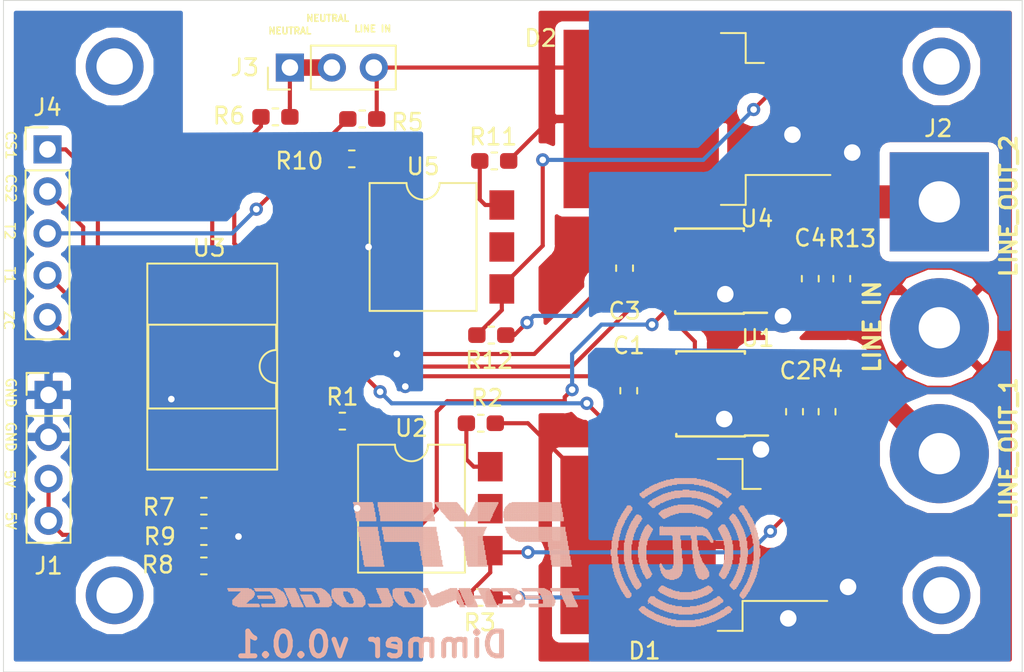
<source format=kicad_pcb>
(kicad_pcb (version 20171130) (host pcbnew 5.0.0+dfsg1-2)
  (layers (0 F.Cu signal) (31 B.Cu signal) (34 B.Paste user) (35 F.Paste user) (36 B.SilkS user) (37 F.SilkS user) (38 B.Mask user) (39 F.Mask user) (44 Edge.Cuts user))
  (net 0 "")
  (net 1 /LINE_IN)
  (net 2 "Net-(D1-Pad3)")
  (net 3 "Net-(D2-Pad3)")
  (net 4 /ZEROCROSS)
  (net 5 /TRIAC_1)
  (net 6 /TRIAC_2)
  (net 7 /CURRENT_SENSE_1)
  (net 8 /CURRENT_SENSE_2)
  (net 9 /5V)
  (net 10 GND)
  (net 11 /LINE_OUT_1)
  (net 12 /LINE_OUT_2)
  (net 13 /NEUTRAL)
  (net 14 "Net-(R1-Pad1)")
  (net 15 "Net-(R10-Pad1)")
  (net 16 "Net-(C1-Pad1)")
  (net 17 "Net-(R2-Pad2)")
  (net 18 "Net-(U2-Pad3)")
  (net 19 "Net-(U2-Pad5)")
  (net 20 "Net-(R6-Pad1)")
  (net 21 "Net-(R5-Pad1)")
  (net 22 "Net-(C3-Pad1)")
  (net 23 "Net-(R11-Pad2)")
  (net 24 "Net-(U5-Pad3)")
  (net 25 "Net-(U5-Pad5)")
  (net 26 "Net-(C2-Pad1)")
  (net 27 "Net-(R7-Pad2)")
  (net 28 "Net-(C4-Pad1)")
  (net 29 "/current sense 1/IN")
  (net 30 "/current sense 2/IN")
  (module Package_SO:SOIC-8_3.9x4.9mm_P1.27mm (layer F.Cu) (at 161.4805 99.2505 180)
    (fp_text reference U4 (at -2.8575 3.175) (layer F.SilkS))
    (fp_text value ACS712xLCTR-30A)
    (pad 8 smd rect (at 2.7 -1.905 180) (size 1.55 0.6) (layers F.Cu F.Paste F.Mask) (net 9 /5V))
    (pad 7 smd rect (at 2.7 -0.635 180) (size 1.55 0.6) (layers F.Cu F.Paste F.Mask) (net 8 /CURRENT_SENSE_2))
    (pad 6 smd rect (at 2.7 0.635 180) (size 1.55 0.6) (layers F.Cu F.Paste F.Mask) (net 22 "Net-(C3-Pad1)"))
    (pad 5 smd rect (at 2.7 1.905 180) (size 1.55 0.6) (layers F.Cu F.Paste F.Mask) (net 10 GND))
    (pad 4 smd rect (at -2.7 1.905 180) (size 1.55 0.6) (layers F.Cu F.Paste F.Mask) (net 12 /LINE_OUT_2))
    (pad 3 smd rect (at -2.7 0.635 180) (size 1.55 0.6) (layers F.Cu F.Paste F.Mask) (net 12 /LINE_OUT_2))
    (pad 2 smd rect (at -2.7 -0.635 180) (size 1.55 0.6) (layers F.Cu F.Paste F.Mask) (net 30 "/current sense 2/IN"))
    (pad 1 smd rect (at -2.7 -1.905 180) (size 1.55 0.6) (layers F.Cu F.Paste F.Mask) (net 30 "/current sense 2/IN"))
  )
  (module Package_TO_SOT_SMD:TO-263-2 (layer F.Cu) (at 160.7185 90.043 180)
    (fp_text reference D2 (at 9.4615 4.8895 180) (layer F.SilkS))
    (fp_text value Q_TRIAC_A1A2G)
    (pad 2 smd rect (at 3.375 0 180) (size 9.4 10.8) (layers F.Cu F.Mask) (net 1 /LINE_IN))
    (pad 3 smd rect (at -5.775 2.54 180) (size 4.6 1.1) (layers F.Cu F.Paste F.Mask) (net 3 "Net-(D2-Pad3)"))
    (pad 1 smd rect (at -5.775 -2.54 180) (size 4.6 1.1) (layers F.Cu F.Paste F.Mask) (net 30 "/current sense 2/IN"))
  )
  (module Package_SO:SOIC-8_3.9x4.9mm_P1.27mm (layer F.Cu) (at 161.544 106.68 180)
    (fp_text reference U1 (at -2.8575 3.3655) (layer F.SilkS))
    (fp_text value ACS712xLCTR-30A)
    (pad 8 smd rect (at 2.7 -1.905 180) (size 1.55 0.6) (layers F.Cu F.Paste F.Mask) (net 9 /5V))
    (pad 7 smd rect (at 2.7 -0.635 180) (size 1.55 0.6) (layers F.Cu F.Paste F.Mask) (net 7 /CURRENT_SENSE_1))
    (pad 6 smd rect (at 2.7 0.635 180) (size 1.55 0.6) (layers F.Cu F.Paste F.Mask) (net 16 "Net-(C1-Pad1)"))
    (pad 5 smd rect (at 2.7 1.905 180) (size 1.55 0.6) (layers F.Cu F.Paste F.Mask) (net 10 GND))
    (pad 4 smd rect (at -2.7 1.905 180) (size 1.55 0.6) (layers F.Cu F.Paste F.Mask) (net 11 /LINE_OUT_1))
    (pad 3 smd rect (at -2.7 0.635 180) (size 1.55 0.6) (layers F.Cu F.Paste F.Mask) (net 11 /LINE_OUT_1))
    (pad 2 smd rect (at -2.7 -0.635 180) (size 1.55 0.6) (layers F.Cu F.Paste F.Mask) (net 29 "/current sense 1/IN"))
    (pad 1 smd rect (at -2.7 -1.905 180) (size 1.55 0.6) (layers F.Cu F.Paste F.Mask) (net 29 "/current sense 1/IN"))
  )
  (module Connector_Wire:SolderWirePad_1x03_P7.62mm_Drill2.5mm (layer F.Cu) (at 175.387 95.0595 270)
    (fp_text reference J2 (at -4.445 0.0635) (layer F.SilkS))
    (fp_text value Conn_01x03)
    (pad 1 thru_hole rect (at 0 0 270) (size 5.99948 5.99948) (drill 2.49936) (layers *.Cu *.Mask) (net 12 /LINE_OUT_2))
    (pad 2 thru_hole circle (at 7.62 0 270) (size 5.99948 5.99948) (drill 2.49936) (layers *.Cu *.Mask) (net 1 /LINE_IN))
    (pad 3 thru_hole circle (at 15.24 0 270) (size 5.99948 5.99948) (drill 2.49936) (layers *.Cu *.Mask) (net 11 /LINE_OUT_1))
  )
  (module Package_DIP:DIP-6_W8.89mm_SMDSocket_LongPads (layer F.Cu) (at 131.3815 105.029 270)
    (fp_text reference U3 (at -7.1755 0.1905) (layer F.SilkS))
    (fp_text value H11AA1)
    (pad 6 smd rect (at 4.445 -2.54 270) (size 3.1 1.6) (layers F.Cu F.Paste F.Mask))
    (pad 3 smd rect (at -4.445 2.54 270) (size 3.1 1.6) (layers F.Cu F.Paste F.Mask))
    (pad 5 smd rect (at 4.445 0 270) (size 3.1 1.6) (layers F.Cu F.Paste F.Mask) (net 4 /ZEROCROSS))
    (pad 2 smd rect (at -4.445 0 270) (size 3.1 1.6) (layers F.Cu F.Paste F.Mask) (net 20 "Net-(R6-Pad1)"))
    (pad 4 smd rect (at 4.445 2.54 270) (size 3.1 1.6) (layers F.Cu F.Paste F.Mask) (net 10 GND))
    (pad 1 smd rect (at -4.445 -2.54 270) (size 3.1 1.6) (layers F.Cu F.Paste F.Mask) (net 21 "Net-(R5-Pad1)"))
  )
  (module Capacitor_SMD:C_0603_1608Metric_Pad1.05x0.95mm_HandSolder (layer F.Cu) (at 167.5765 99.709 270)
    (fp_text reference C4 (at -2.4625 0 180) (layer F.SilkS))
    (fp_text value C_0.1uF)
    (pad 2 smd roundrect (at 0.875 0 270) (size 1.05 0.95) (layers F.Cu F.Paste F.Mask) (net 30 "/current sense 2/IN"))
    (pad 1 smd roundrect (at -0.875 0 270) (size 1.05 0.95) (layers F.Cu F.Paste F.Mask) (net 28 "Net-(C4-Pad1)"))
  )
  (module Capacitor_SMD:C_0603_1608Metric_Pad1.05x0.95mm_HandSolder (layer F.Cu) (at 156.337 99.074 90)
    (fp_text reference C3 (at -2.5895 0 180) (layer F.SilkS))
    (fp_text value C_10nF)
    (pad 2 smd roundrect (at 0.875 0 90) (size 1.05 0.95) (layers F.Cu F.Paste F.Mask) (net 10 GND))
    (pad 1 smd roundrect (at -0.875 0 90) (size 1.05 0.95) (layers F.Cu F.Paste F.Mask) (net 22 "Net-(C3-Pad1)"))
  )
  (module Capacitor_SMD:C_0603_1608Metric_Pad1.05x0.95mm_HandSolder (layer F.Cu) (at 166.624 107.7595 270)
    (fp_text reference C2 (at -2.4765 -0.0635) (layer F.SilkS))
    (fp_text value C_0.1uF)
    (pad 2 smd roundrect (at 0.875 0 270) (size 1.05 0.95) (layers F.Cu F.Paste F.Mask) (net 29 "/current sense 1/IN"))
    (pad 1 smd roundrect (at -0.875 0 270) (size 1.05 0.95) (layers F.Cu F.Paste F.Mask) (net 26 "Net-(C2-Pad1)"))
  )
  (module Capacitor_SMD:C_0603_1608Metric_Pad1.05x0.95mm_HandSolder (layer F.Cu) (at 156.591 106.4895 90)
    (fp_text reference C1 (at 2.7305 0 180) (layer F.SilkS))
    (fp_text value C_10nF)
    (pad 2 smd roundrect (at 0.875 0 90) (size 1.05 0.95) (layers F.Cu F.Paste F.Mask) (net 10 GND))
    (pad 1 smd roundrect (at -0.875 0 90) (size 1.05 0.95) (layers F.Cu F.Paste F.Mask) (net 16 "Net-(C1-Pad1)"))
  )
  (module Resistor_SMD:R_0603_1608Metric_Pad1.05x0.95mm_HandSolder (layer F.Cu) (at 169.4815 99.709 90)
    (fp_text reference R13 (at 2.427 0.635 -180) (layer F.SilkS))
    (fp_text value R_27)
    (pad 2 smd roundrect (at 0.875 0 90) (size 1.05 0.95) (layers F.Cu F.Paste F.Mask) (net 28 "Net-(C4-Pad1)"))
    (pad 1 smd roundrect (at -0.875 0 90) (size 1.05 0.95) (layers F.Cu F.Paste F.Mask) (net 1 /LINE_IN))
  )
  (module Resistor_SMD:R_0603_1608Metric_Pad1.05x0.95mm_HandSolder (layer F.Cu) (at 148.449 92.583 180)
    (fp_text reference R11 (at 0.0635 1.4605) (layer F.SilkS))
    (fp_text value R_27)
    (pad 2 smd roundrect (at 0.875 0 180) (size 1.05 0.95) (layers F.Cu F.Paste F.Mask) (net 23 "Net-(R11-Pad2)"))
    (pad 1 smd roundrect (at -0.875 0 180) (size 1.05 0.95) (layers F.Cu F.Paste F.Mask) (net 1 /LINE_IN))
  )
  (module Resistor_SMD:R_0603_1608Metric_Pad1.05x0.95mm_HandSolder (layer F.Cu) (at 130.8735 115.316)
    (fp_text reference R9 (at -2.667 0 -180) (layer F.SilkS))
    (fp_text value R_10k)
    (pad 2 smd roundrect (at 0.875 0) (size 1.05 0.95) (layers F.Cu F.Paste F.Mask) (net 10 GND))
    (pad 1 smd roundrect (at -0.875 0) (size 1.05 0.95) (layers F.Cu F.Paste F.Mask) (net 27 "Net-(R7-Pad2)"))
  )
  (module Resistor_SMD:R_0603_1608Metric_Pad1.05x0.95mm_HandSolder (layer F.Cu) (at 130.8735 117.094 180)
    (fp_text reference R8 (at 2.794 0.0635) (layer F.SilkS))
    (fp_text value R_10k)
    (pad 2 smd roundrect (at 0.875 0 180) (size 1.05 0.95) (layers F.Cu F.Paste F.Mask) (net 27 "Net-(R7-Pad2)"))
    (pad 1 smd roundrect (at -0.875 0 180) (size 1.05 0.95) (layers F.Cu F.Paste F.Mask) (net 9 /5V))
  )
  (module Resistor_SMD:R_0603_1608Metric_Pad1.05x0.95mm_HandSolder (layer F.Cu) (at 130.8735 113.4745 180)
    (fp_text reference R7 (at 2.7305 -0.0635) (layer F.SilkS))
    (fp_text value R_10k)
    (pad 2 smd roundrect (at 0.875 0 180) (size 1.05 0.95) (layers F.Cu F.Paste F.Mask) (net 27 "Net-(R7-Pad2)"))
    (pad 1 smd roundrect (at -0.875 0 180) (size 1.05 0.95) (layers F.Cu F.Paste F.Mask) (net 4 /ZEROCROSS))
  )
  (module Resistor_SMD:R_0603_1608Metric_Pad1.05x0.95mm_HandSolder (layer F.Cu) (at 135.2055 89.916)
    (fp_text reference R6 (at -2.808 -0.0635) (layer F.SilkS))
    (fp_text value R_10k)
    (pad 2 smd roundrect (at 0.875 0) (size 1.05 0.95) (layers F.Cu F.Paste F.Mask) (net 13 /NEUTRAL))
    (pad 1 smd roundrect (at -0.875 0) (size 1.05 0.95) (layers F.Cu F.Paste F.Mask) (net 20 "Net-(R6-Pad1)"))
  )
  (module Resistor_SMD:R_0603_1608Metric_Pad1.05x0.95mm_HandSolder (layer F.Cu) (at 140.462 90.043)
    (fp_text reference R5 (at 2.7305 0.1905) (layer F.SilkS))
    (fp_text value R_10k)
    (pad 2 smd roundrect (at 0.875 0) (size 1.05 0.95) (layers F.Cu F.Paste F.Mask) (net 1 /LINE_IN))
    (pad 1 smd roundrect (at -0.875 0) (size 1.05 0.95) (layers F.Cu F.Paste F.Mask) (net 21 "Net-(R5-Pad1)"))
  )
  (module Resistor_SMD:R_0603_1608Metric_Pad1.05x0.95mm_HandSolder (layer F.Cu) (at 168.5925 107.7595 90)
    (fp_text reference R4 (at 2.6035 0 -180) (layer F.SilkS))
    (fp_text value R_27)
    (pad 2 smd roundrect (at 0.875 0 90) (size 1.05 0.95) (layers F.Cu F.Paste F.Mask) (net 26 "Net-(C2-Pad1)"))
    (pad 1 smd roundrect (at -0.875 0 90) (size 1.05 0.95) (layers F.Cu F.Paste F.Mask) (net 1 /LINE_IN))
  )
  (module Resistor_SMD:R_0603_1608Metric_Pad1.05x0.95mm_HandSolder (layer F.Cu) (at 147.6375 108.458 180)
    (fp_text reference R2 (at -0.381 1.524) (layer F.SilkS))
    (fp_text value R_27)
    (pad 2 smd roundrect (at 0.875 0 180) (size 1.05 0.95) (layers F.Cu F.Paste F.Mask) (net 17 "Net-(R2-Pad2)"))
    (pad 1 smd roundrect (at -0.875 0 180) (size 1.05 0.95) (layers F.Cu F.Paste F.Mask) (net 1 /LINE_IN))
  )
  (module Package_DIP:SMDIP-6_W9.53mm_Clearance8mm (layer F.Cu) (at 144.1425 97.79)
    (fp_text reference U5 (at 0 -4.87) (layer F.SilkS))
    (fp_text value MOC3052M)
    (pad 6 smd rect (at 4.765 -2.54) (size 1.5 1.78) (layers F.Cu F.Paste F.Mask) (net 23 "Net-(R11-Pad2)"))
    (pad 3 smd rect (at -4.765 2.54) (size 1.5 1.78) (layers F.Cu F.Paste F.Mask) (net 24 "Net-(U5-Pad3)"))
    (pad 5 smd rect (at 4.765 0) (size 1.5 1.78) (layers F.Cu F.Paste F.Mask) (net 25 "Net-(U5-Pad5)"))
    (pad 2 smd rect (at -4.765 0) (size 1.5 1.78) (layers F.Cu F.Paste F.Mask) (net 10 GND))
    (pad 4 smd rect (at 4.765 2.54) (size 1.5 1.78) (layers F.Cu F.Paste F.Mask) (net 3 "Net-(D2-Pad3)"))
    (pad 1 smd rect (at -4.765 -2.54) (size 1.5 1.78) (layers F.Cu F.Paste F.Mask) (net 15 "Net-(R10-Pad1)"))
  )
  (module Package_DIP:SMDIP-6_W9.53mm_Clearance8mm (layer F.Cu) (at 143.442 113.628)
    (fp_text reference U2 (at 0 -4.87) (layer F.SilkS))
    (fp_text value MOC3052M)
    (pad 6 smd rect (at 4.765 -2.54) (size 1.5 1.78) (layers F.Cu F.Paste F.Mask) (net 17 "Net-(R2-Pad2)"))
    (pad 3 smd rect (at -4.765 2.54) (size 1.5 1.78) (layers F.Cu F.Paste F.Mask) (net 18 "Net-(U2-Pad3)"))
    (pad 5 smd rect (at 4.765 0) (size 1.5 1.78) (layers F.Cu F.Paste F.Mask) (net 19 "Net-(U2-Pad5)"))
    (pad 2 smd rect (at -4.765 0) (size 1.5 1.78) (layers F.Cu F.Paste F.Mask) (net 10 GND))
    (pad 4 smd rect (at 4.765 2.54) (size 1.5 1.78) (layers F.Cu F.Paste F.Mask) (net 2 "Net-(D1-Pad3)"))
    (pad 1 smd rect (at -4.765 -2.54) (size 1.5 1.78) (layers F.Cu F.Paste F.Mask) (net 14 "Net-(R1-Pad1)"))
  )
  (module Resistor_SMD:R_0603_1608Metric_Pad1.05x0.95mm_HandSolder (layer F.Cu) (at 148.2725 103.124 180)
    (fp_text reference R12 (at 0.127 -1.524) (layer F.SilkS))
    (fp_text value R_470)
    (pad 2 smd roundrect (at 0.875 0 180) (size 1.05 0.95) (layers F.Cu F.Paste F.Mask) (net 3 "Net-(D2-Pad3)"))
    (pad 1 smd roundrect (at -0.875 0 180) (size 1.05 0.95) (layers F.Cu F.Paste F.Mask) (net 30 "/current sense 2/IN"))
  )
  (module Resistor_SMD:R_0603_1608Metric_Pad1.05x0.95mm_HandSolder (layer F.Cu) (at 139.827 92.456 180)
    (fp_text reference R10 (at 3.175 -0.127) (layer F.SilkS))
    (fp_text value R_470)
    (pad 2 smd roundrect (at 0.875 0 180) (size 1.05 0.95) (layers F.Cu F.Paste F.Mask) (net 6 /TRIAC_2))
    (pad 1 smd roundrect (at -0.875 0 180) (size 1.05 0.95) (layers F.Cu F.Paste F.Mask) (net 15 "Net-(R10-Pad1)"))
  )
  (module Resistor_SMD:R_0603_1608Metric_Pad1.05x0.95mm_HandSolder (layer F.Cu) (at 147.574 118.999 180)
    (fp_text reference R3 (at 0 -1.524) (layer F.SilkS))
    (fp_text value R_470)
    (pad 2 smd roundrect (at 0.875 0 180) (size 1.05 0.95) (layers F.Cu F.Paste F.Mask) (net 2 "Net-(D1-Pad3)"))
    (pad 1 smd roundrect (at -0.875 0 180) (size 1.05 0.95) (layers F.Cu F.Paste F.Mask) (net 29 "/current sense 1/IN"))
  )
  (module Resistor_SMD:R_0603_1608Metric_Pad1.05x0.95mm_HandSolder (layer F.Cu) (at 139.2555 108.331 180)
    (fp_text reference R1 (at 0 1.4605 180) (layer F.SilkS))
    (fp_text value R_470)
    (pad 2 smd roundrect (at 0.875 0 180) (size 1.05 0.95) (layers F.Cu F.Paste F.Mask) (net 5 /TRIAC_1))
    (pad 1 smd roundrect (at -0.875 0 180) (size 1.05 0.95) (layers F.Cu F.Paste F.Mask) (net 14 "Net-(R1-Pad1)"))
  )
  (module Package_TO_SOT_SMD:TO-263-2 (layer F.Cu) (at 160.528 115.824 180)
    (fp_text reference D1 (at 2.9845 -6.4135 180) (layer F.SilkS))
    (fp_text value Q_TRIAC_A1A2G)
    (pad 2 smd rect (at 3.375 0 180) (size 9.4 10.8) (layers F.Cu F.Mask) (net 1 /LINE_IN))
    (pad 3 smd rect (at -5.775 2.54 180) (size 4.6 1.1) (layers F.Cu F.Paste F.Mask) (net 2 "Net-(D1-Pad3)"))
    (pad 1 smd rect (at -5.775 -2.54 180) (size 4.6 1.1) (layers F.Cu F.Paste F.Mask) (net 29 "/current sense 1/IN"))
  )
  (module Connector_PinHeader_2.54mm:PinHeader_1x03_P2.54mm_Vertical (layer F.Cu) (at 136.0805 86.9315 90)
    (fp_text reference J3 (at 0 -2.7305 180) (layer F.SilkS))
    (fp_text value Conn_01x03)
    (pad 1 thru_hole rect (at 0 0 90) (size 1.7 1.7) (drill 1) (layers *.Cu *.Mask) (net 13 /NEUTRAL))
    (pad 2 thru_hole oval (at 0 2.54 90) (size 1.7 1.7) (drill 1) (layers *.Cu *.Mask) (net 13 /NEUTRAL))
    (pad 3 thru_hole oval (at 0 5.08 90) (size 1.7 1.7) (drill 1) (layers *.Cu *.Mask) (net 1 /LINE_IN))
  )
  (module Connector_PinHeader_2.54mm:PinHeader_1x04_P2.54mm_Vertical (layer F.Cu) (at 121.4755 106.7435)
    (fp_text reference J1 (at 0 10.3505) (layer F.SilkS))
    (fp_text value Conn_01x04)
    (pad 1 thru_hole rect (at 0 0) (size 1.7 1.7) (drill 1) (layers *.Cu *.Mask) (net 10 GND))
    (pad 2 thru_hole oval (at 0 2.54) (size 1.7 1.7) (drill 1) (layers *.Cu *.Mask) (net 10 GND))
    (pad 3 thru_hole oval (at 0 5.08) (size 1.7 1.7) (drill 1) (layers *.Cu *.Mask) (net 9 /5V))
    (pad 4 thru_hole oval (at 0 7.62) (size 1.7 1.7) (drill 1) (layers *.Cu *.Mask) (net 9 /5V))
  )
  (module Connector_PinHeader_2.54mm:PinHeader_1x05_P2.54mm_Vertical (layer F.Cu) (at 121.412 91.8845)
    (fp_text reference J4 (at 0 -2.54) (layer F.SilkS))
    (fp_text value Conn_01x05)
    (pad 1 thru_hole rect (at 0 0) (size 1.7 1.7) (drill 1) (layers *.Cu *.Mask) (net 8 /CURRENT_SENSE_2))
    (pad 2 thru_hole oval (at 0 2.54) (size 1.7 1.7) (drill 1) (layers *.Cu *.Mask) (net 7 /CURRENT_SENSE_1))
    (pad 3 thru_hole oval (at 0 5.08) (size 1.7 1.7) (drill 1) (layers *.Cu *.Mask) (net 6 /TRIAC_2))
    (pad 4 thru_hole oval (at 0 7.62) (size 1.7 1.7) (drill 1) (layers *.Cu *.Mask) (net 5 /TRIAC_1))
    (pad 5 thru_hole oval (at 0 10.16) (size 1.7 1.7) (drill 1) (layers *.Cu *.Mask) (net 4 /ZEROCROSS))
  )
  (module open-automation:LOGO (layer B.Cu) (at 153.3525 117.6655 180)
    (fp_text reference LOGO hide)
    (fp_text value "" (at -24.5 19.03 180) (layer B.SilkS) (effects (font (size 1.524 1.524)) (justify mirror)))
  )
  (gr_text "Dimmer v0.0.1" (at 141.0335 121.8565) (layer B.SilkS) (effects (font (size 1.5 1.5) (thickness 0.3)) (justify mirror)))
  (gr_text 5V (at 119.1895 114.3635 270) (layer F.SilkS) (effects (font (size 0.6 0.6) (thickness 0.1))))
  (gr_text 5V (at 119.126 111.8235 270) (layer F.SilkS) (effects (font (size 0.6 0.6) (thickness 0.1))))
  (gr_text GND (at 119.1895 109.2835 270) (layer F.SilkS) (effects (font (size 0.6 0.6) (thickness 0.1))))
  (gr_text GND (at 119.1895 106.6165 270) (layer F.SilkS) (effects (font (size 0.6 0.6) (thickness 0.1))))
  (gr_text ZC (at 119.0625 102.235 270) (layer F.SilkS) (effects (font (size 0.6 0.6) (thickness 0.1))))
  (gr_text CS2 (at 119.1895 94.234 270) (layer F.SilkS) (effects (font (size 0.6 0.6) (thickness 0.1))))
  (gr_text T1 (at 119.126 99.5045 270) (layer F.SilkS) (effects (font (size 0.6 0.6) (thickness 0.1))))
  (gr_text T2 (at 119.126 96.8375 270) (layer F.SilkS) (effects (font (size 0.6 0.6) (thickness 0.1))))
  (gr_text CS1 (at 119.1895 91.6305 270) (layer F.SilkS) (effects (font (size 0.6 0.6) (thickness 0.1))))
  (gr_text "LINE_OUT_2\n" (at 179.578 95.3135 90) (layer F.SilkS) (effects (font (size 1 1) (thickness 0.2))))
  (gr_text "LINE_OUT_1\n" (at 179.578 109.982 90) (layer F.SilkS) (effects (font (size 1 1) (thickness 0.2))))
  (gr_text "LINE IN" (at 171.323 102.616 90) (layer F.SilkS) (effects (font (size 1 1) (thickness 0.2))))
  (gr_text "LINE IN" (at 141.097 84.582) (layer F.SilkS) (effects (font (size 0.4 0.4) (thickness 0.1))))
  (gr_text NEUTRAL (at 138.3665 83.947) (layer F.SilkS) (effects (font (size 0.4 0.4) (thickness 0.1))))
  (gr_text NEUTRAL (at 136.0805 84.709) (layer F.SilkS) (effects (font (size 0.4 0.4) (thickness 0.1))))
  (gr_line (start 118.745 123.5075) (end 180.4035 123.5075) (layer Edge.Cuts) (width 0.05))
  (gr_line (start 118.745 82.8675) (end 118.745 123.5075) (layer Edge.Cuts) (width 0.05))
  (gr_line (start 180.4035 82.8675) (end 118.745 82.8675) (layer Edge.Cuts) (width 0.05))
  (gr_line (start 180.4035 123.5075) (end 180.4035 82.8675) (layer Edge.Cuts) (width 0.05))
  (via (at 175.514 86.868) (size 3.5) (drill 2.2) (layers F.Cu B.Cu) (net 0))
  (via (at 175.514 118.872) (size 3.5) (drill 2.2) (layers F.Cu B.Cu) (net 0))
  (via (at 125.476 86.868) (size 3.5) (drill 2.2) (layers F.Cu B.Cu) (net 0))
  (via (at 125.476 118.872) (size 3.5) (drill 2.2) (layers F.Cu B.Cu) (net 0))
  (segment (start 155.8785 115.824) (end 157.153 115.824) (width 0.25) (layer F.Cu) (net 1))
  (segment (start 173.2915 100.584) (end 175.387 102.6795) (width 0.25) (layer F.Cu) (net 1))
  (segment (start 169.4815 100.584) (end 173.2915 100.584) (width 0.25) (layer F.Cu) (net 1))
  (segment (start 151.864 90.043) (end 149.324 92.583) (width 0.25) (layer F.Cu) (net 1))
  (segment (start 157.3435 90.043) (end 151.864 90.043) (width 0.25) (layer F.Cu) (net 1))
  (segment (start 157.153 115.124) (end 157.153 115.824) (width 0.25) (layer F.Cu) (net 1))
  (segment (start 150.487 108.458) (end 157.153 115.124) (width 0.25) (layer F.Cu) (net 1))
  (segment (start 148.5125 108.458) (end 150.487 108.458) (width 0.25) (layer F.Cu) (net 1))
  (segment (start 154.232 86.9315) (end 157.3435 90.043) (width 0.25) (layer F.Cu) (net 1))
  (segment (start 141.1605 86.9315) (end 154.232 86.9315) (width 0.25) (layer F.Cu) (net 1))
  (segment (start 141.337 87.108) (end 141.1605 86.9315) (width 0.25) (layer F.Cu) (net 1))
  (segment (start 141.337 90.043) (end 141.337 87.108) (width 0.25) (layer F.Cu) (net 1))
  (segment (start 148.207 117.491) (end 148.207 116.168) (width 0.25) (layer F.Cu) (net 2))
  (segment (start 146.699 118.999) (end 148.207 117.491) (width 0.25) (layer F.Cu) (net 2))
  (segment (start 166.303 113.284) (end 166.303 113.859) (width 0.25) (layer F.Cu) (net 2))
  (via (at 165.1635 114.9985) (size 0.8) (drill 0.4) (layers F.Cu B.Cu) (net 2))
  (segment (start 166.303 113.859) (end 165.1635 114.9985) (width 0.25) (layer F.Cu) (net 2))
  (via (at 150.495 116.2685) (size 0.8) (drill 0.4) (layers F.Cu B.Cu) (net 2))
  (segment (start 165.1635 114.9985) (end 163.8935 116.2685) (width 0.25) (layer B.Cu) (net 2))
  (segment (start 163.8935 116.2685) (end 150.495 116.2685) (width 0.25) (layer B.Cu) (net 2))
  (segment (start 148.3075 116.2685) (end 148.207 116.168) (width 0.25) (layer F.Cu) (net 2))
  (segment (start 150.495 116.2685) (end 148.3075 116.2685) (width 0.25) (layer F.Cu) (net 2))
  (segment (start 148.9075 101.614) (end 147.3975 103.124) (width 0.25) (layer F.Cu) (net 3))
  (segment (start 148.9075 100.33) (end 148.9075 101.614) (width 0.25) (layer F.Cu) (net 3))
  (via (at 151.384 92.5195) (size 0.8) (drill 0.4) (layers F.Cu B.Cu) (net 3))
  (segment (start 151.384 97.7135) (end 151.384 92.5195) (width 0.25) (layer F.Cu) (net 3))
  (segment (start 148.9075 100.33) (end 148.9075 100.19) (width 0.25) (layer F.Cu) (net 3))
  (segment (start 148.9075 100.19) (end 151.384 97.7135) (width 0.25) (layer F.Cu) (net 3))
  (via (at 164.1475 89.4715) (size 0.8) (drill 0.4) (layers F.Cu B.Cu) (net 3))
  (segment (start 151.384 92.5195) (end 161.0995 92.5195) (width 0.25) (layer B.Cu) (net 3))
  (segment (start 161.0995 92.5195) (end 164.1475 89.4715) (width 0.25) (layer B.Cu) (net 3))
  (segment (start 166.116 87.503) (end 166.4935 87.503) (width 0.25) (layer F.Cu) (net 3))
  (segment (start 164.1475 89.4715) (end 166.116 87.503) (width 0.25) (layer F.Cu) (net 3))
  (segment (start 131.3815 113.1075) (end 131.7485 113.4745) (width 0.25) (layer F.Cu) (net 4))
  (segment (start 131.3815 109.474) (end 131.3815 113.1075) (width 0.25) (layer F.Cu) (net 4))
  (segment (start 131.3815 107.674) (end 128.673 104.9655) (width 0.25) (layer F.Cu) (net 4))
  (segment (start 131.3815 109.474) (end 131.3815 107.674) (width 0.25) (layer F.Cu) (net 4))
  (segment (start 124.333 104.9655) (end 121.412 102.0445) (width 0.25) (layer F.Cu) (net 4))
  (segment (start 128.673 104.9655) (end 124.333 104.9655) (width 0.25) (layer F.Cu) (net 4))
  (segment (start 135.760178 108.331) (end 131.505678 104.0765) (width 0.25) (layer F.Cu) (net 5))
  (segment (start 138.3805 108.331) (end 135.760178 108.331) (width 0.25) (layer F.Cu) (net 5))
  (segment (start 125.984 104.0765) (end 122.261999 100.354499) (width 0.25) (layer F.Cu) (net 5))
  (segment (start 131.505678 104.0765) (end 125.984 104.0765) (width 0.25) (layer F.Cu) (net 5))
  (segment (start 122.261999 100.354499) (end 121.412 99.5045) (width 0.25) (layer F.Cu) (net 5))
  (segment (start 138.952 92.456) (end 137.0965 92.456) (width 0.25) (layer F.Cu) (net 6))
  (via (at 134.0485 95.504) (size 0.8) (drill 0.4) (layers F.Cu B.Cu) (net 6))
  (segment (start 137.0965 92.456) (end 134.0485 95.504) (width 0.25) (layer F.Cu) (net 6))
  (segment (start 132.588 96.9645) (end 134.0485 95.504) (width 0.25) (layer B.Cu) (net 6))
  (segment (start 121.412 96.9645) (end 132.588 96.9645) (width 0.25) (layer B.Cu) (net 6))
  (segment (start 158.844 107.315) (end 158.369 107.315) (width 0.25) (layer F.Cu) (net 7))
  (segment (start 158.369 107.315) (end 157.226 108.458) (width 0.25) (layer F.Cu) (net 7))
  (via (at 154.051 107.2515) (size 0.8) (drill 0.4) (layers F.Cu B.Cu) (net 7))
  (segment (start 157.226 108.458) (end 155.2575 108.458) (width 0.25) (layer F.Cu) (net 7))
  (segment (start 155.2575 108.458) (end 154.051 107.2515) (width 0.25) (layer F.Cu) (net 7))
  (segment (start 154.051 107.2515) (end 142.24 107.2515) (width 0.25) (layer B.Cu) (net 7))
  (via (at 141.5415 106.553) (size 0.8) (drill 0.4) (layers F.Cu B.Cu) (net 7))
  (segment (start 142.24 107.2515) (end 141.5415 106.553) (width 0.25) (layer B.Cu) (net 7))
  (segment (start 123.571 96.5835) (end 122.261999 95.274499) (width 0.25) (layer F.Cu) (net 7))
  (segment (start 123.571 100.331411) (end 123.571 96.5835) (width 0.25) (layer F.Cu) (net 7))
  (segment (start 122.261999 95.274499) (end 121.412 94.4245) (width 0.25) (layer F.Cu) (net 7))
  (segment (start 126.6866 103.447011) (end 123.571 100.331411) (width 0.25) (layer F.Cu) (net 7))
  (segment (start 138.435511 103.447011) (end 126.6866 103.447011) (width 0.25) (layer F.Cu) (net 7))
  (segment (start 141.5415 106.553) (end 138.435511 103.447011) (width 0.25) (layer F.Cu) (net 7))
  (segment (start 127.5715 102.997) (end 124.46 99.8855) (width 0.25) (layer F.Cu) (net 8))
  (segment (start 158.7805 99.8855) (end 158.3055 99.8855) (width 0.25) (layer F.Cu) (net 8))
  (segment (start 139.0015 102.997) (end 127.5715 102.997) (width 0.25) (layer F.Cu) (net 8))
  (segment (start 158.3055 99.8855) (end 153.162 105.029) (width 0.25) (layer F.Cu) (net 8))
  (segment (start 124.46 99.8855) (end 124.46 93.8325) (width 0.25) (layer F.Cu) (net 8))
  (segment (start 153.162 105.029) (end 143.002 105.029) (width 0.25) (layer F.Cu) (net 8))
  (segment (start 122.512 91.8845) (end 121.412 91.8845) (width 0.25) (layer F.Cu) (net 8))
  (segment (start 141.2875 105.283) (end 139.0015 102.997) (width 0.25) (layer F.Cu) (net 8))
  (segment (start 124.46 93.8325) (end 122.512 91.8845) (width 0.25) (layer F.Cu) (net 8))
  (segment (start 143.002 105.029) (end 142.748 105.283) (width 0.25) (layer F.Cu) (net 8))
  (segment (start 142.748 105.283) (end 141.2875 105.283) (width 0.25) (layer F.Cu) (net 8))
  (segment (start 121.4755 111.8235) (end 121.4755 114.3635) (width 0.25) (layer F.Cu) (net 9))
  (segment (start 122.325499 115.213499) (end 126.008499 115.213499) (width 0.25) (layer F.Cu) (net 9))
  (segment (start 121.4755 114.3635) (end 122.325499 115.213499) (width 0.25) (layer F.Cu) (net 9))
  (segment (start 126.008499 115.213499) (end 129.286 118.491) (width 0.25) (layer F.Cu) (net 9))
  (segment (start 130.3515 118.491) (end 131.7485 117.094) (width 0.25) (layer F.Cu) (net 9))
  (segment (start 129.286 118.491) (end 130.3515 118.491) (width 0.25) (layer F.Cu) (net 9))
  (segment (start 145.6055 107.1245) (end 152.7175 107.1245) (width 0.25) (layer F.Cu) (net 9))
  (segment (start 132.3735 117.094) (end 133.707 118.4275) (width 0.25) (layer F.Cu) (net 9))
  (segment (start 131.7485 117.094) (end 132.3735 117.094) (width 0.25) (layer F.Cu) (net 9))
  (segment (start 140.208 118.4275) (end 144.9705 113.665) (width 0.25) (layer F.Cu) (net 9))
  (segment (start 144.9705 107.7595) (end 145.6055 107.1245) (width 0.25) (layer F.Cu) (net 9))
  (segment (start 133.707 118.4275) (end 140.208 118.4275) (width 0.25) (layer F.Cu) (net 9))
  (segment (start 144.9705 113.665) (end 144.9705 107.7595) (width 0.25) (layer F.Cu) (net 9))
  (segment (start 158.7805 101.7055) (end 157.997 102.489) (width 0.25) (layer F.Cu) (net 9))
  (segment (start 158.7805 101.1555) (end 158.7805 101.7055) (width 0.25) (layer F.Cu) (net 9))
  (via (at 157.997 102.489) (size 0.8) (drill 0.4) (layers F.Cu B.Cu) (net 9))
  (segment (start 157.997 102.489) (end 154.94 102.489) (width 0.25) (layer B.Cu) (net 9))
  (segment (start 154.94 102.489) (end 153.162 104.267) (width 0.25) (layer B.Cu) (net 9))
  (segment (start 153.162 104.267) (end 153.162 106.426) (width 0.25) (layer B.Cu) (net 9))
  (via (at 153.162 106.426) (size 0.8) (drill 0.4) (layers F.Cu B.Cu) (net 9))
  (segment (start 152.7175 106.8705) (end 153.162 106.426) (width 0.25) (layer F.Cu) (net 9))
  (segment (start 152.7175 107.1245) (end 152.7175 106.8705) (width 0.25) (layer F.Cu) (net 9))
  (segment (start 158.7805 101.7055) (end 160.5915 103.5165) (width 0.25) (layer F.Cu) (net 9))
  (segment (start 159.319 108.585) (end 158.844 108.585) (width 0.25) (layer F.Cu) (net 9))
  (segment (start 160.5915 107.3125) (end 159.319 108.585) (width 0.25) (layer F.Cu) (net 9))
  (segment (start 160.5915 103.5165) (end 160.5915 107.3125) (width 0.25) (layer F.Cu) (net 9))
  (via (at 140.843 97.79) (size 0.8) (drill 0.4) (layers F.Cu B.Cu) (net 10))
  (segment (start 139.3775 97.79) (end 140.843 97.79) (width 0.25) (layer F.Cu) (net 10))
  (via (at 128.905 106.9975) (size 0.8) (drill 0.4) (layers F.Cu B.Cu) (net 10))
  (segment (start 128.8415 109.474) (end 128.8415 107.061) (width 0.25) (layer F.Cu) (net 10))
  (segment (start 128.8415 107.061) (end 128.905 106.9975) (width 0.25) (layer F.Cu) (net 10))
  (via (at 140.1445 113.6015) (size 0.8) (drill 0.4) (layers F.Cu B.Cu) (net 10))
  (segment (start 138.677 113.628) (end 140.118 113.628) (width 0.25) (layer F.Cu) (net 10))
  (segment (start 140.118 113.628) (end 140.1445 113.6015) (width 0.25) (layer F.Cu) (net 10))
  (segment (start 157.1905 97.3455) (end 156.337 98.199) (width 0.25) (layer F.Cu) (net 10))
  (segment (start 158.7805 97.3455) (end 157.1905 97.3455) (width 0.25) (layer F.Cu) (net 10))
  (segment (start 158.369 104.775) (end 158.844 104.775) (width 0.25) (layer F.Cu) (net 10))
  (segment (start 157.5295 105.6145) (end 158.369 104.775) (width 0.25) (layer F.Cu) (net 10))
  (segment (start 156.591 105.6145) (end 157.5295 105.6145) (width 0.25) (layer F.Cu) (net 10))
  (via (at 132.969 115.316) (size 0.8) (drill 0.4) (layers F.Cu B.Cu) (net 10))
  (segment (start 131.7485 115.316) (end 132.969 115.316) (width 0.25) (layer F.Cu) (net 10))
  (via (at 143.0655 106.2355) (size 0.8) (drill 0.4) (layers F.Cu B.Cu) (net 10))
  (segment (start 156.591 105.6145) (end 143.6865 105.6145) (width 0.25) (layer F.Cu) (net 10))
  (segment (start 143.6865 105.6145) (end 143.0655 106.2355) (width 0.25) (layer F.Cu) (net 10))
  (via (at 142.5575 104.267) (size 0.8) (drill 0.4) (layers F.Cu B.Cu) (net 10))
  (segment (start 154.6225 99.9135) (end 156.337 98.199) (width 0.25) (layer F.Cu) (net 10))
  (segment (start 154.6225 100.5205) (end 154.6225 99.9135) (width 0.25) (layer F.Cu) (net 10))
  (segment (start 142.5575 104.267) (end 150.876 104.267) (width 0.25) (layer F.Cu) (net 10))
  (segment (start 150.876 104.267) (end 154.6225 100.5205) (width 0.25) (layer F.Cu) (net 10))
  (segment (start 169.8625 104.775) (end 175.387 110.2995) (width 1.5) (layer F.Cu) (net 11))
  (segment (start 164.244 104.775) (end 169.8625 104.775) (width 1.5) (layer F.Cu) (net 11))
  (segment (start 164.244 104.775) (end 164.244 106.045) (width 0.5) (layer F.Cu) (net 11))
  (segment (start 166.4665 95.0595) (end 175.387 95.0595) (width 2) (layer F.Cu) (net 12))
  (segment (start 164.1805 97.3455) (end 166.4665 95.0595) (width 2) (layer F.Cu) (net 12))
  (segment (start 164.1805 98.6155) (end 164.1805 97.3455) (width 0.5) (layer F.Cu) (net 12))
  (segment (start 136.0805 89.341) (end 136.0805 86.9315) (width 0.25) (layer F.Cu) (net 13))
  (segment (start 136.0805 89.916) (end 136.0805 89.341) (width 0.25) (layer F.Cu) (net 13))
  (segment (start 136.0805 86.9315) (end 138.6205 86.9315) (width 1) (layer F.Cu) (net 13))
  (segment (start 138.677 109.7845) (end 140.1305 108.331) (width 0.25) (layer F.Cu) (net 14))
  (segment (start 138.677 111.088) (end 138.677 109.7845) (width 0.25) (layer F.Cu) (net 14))
  (segment (start 139.3775 93.7805) (end 140.702 92.456) (width 0.25) (layer F.Cu) (net 15))
  (segment (start 139.3775 95.25) (end 139.3775 93.7805) (width 0.25) (layer F.Cu) (net 15))
  (segment (start 157.9105 106.045) (end 158.844 106.045) (width 0.25) (layer F.Cu) (net 16))
  (segment (start 156.591 107.3645) (end 157.9105 106.045) (width 0.25) (layer F.Cu) (net 16))
  (segment (start 146.7625 110.6435) (end 146.7625 108.458) (width 0.25) (layer F.Cu) (net 17))
  (segment (start 147.207 111.088) (end 146.7625 110.6435) (width 0.25) (layer F.Cu) (net 17))
  (segment (start 148.207 111.088) (end 147.207 111.088) (width 0.25) (layer F.Cu) (net 17))
  (segment (start 131.3815 98.784) (end 131.3815 100.584) (width 0.25) (layer F.Cu) (net 20))
  (segment (start 131.3815 93.44) (end 131.3815 98.784) (width 0.25) (layer F.Cu) (net 20))
  (segment (start 134.3305 90.491) (end 131.3815 93.44) (width 0.25) (layer F.Cu) (net 20))
  (segment (start 134.3305 89.916) (end 134.3305 90.491) (width 0.25) (layer F.Cu) (net 20))
  (segment (start 133.9215 98.784) (end 132.715 97.5775) (width 0.25) (layer F.Cu) (net 21))
  (segment (start 133.9215 100.584) (end 133.9215 98.784) (width 0.25) (layer F.Cu) (net 21))
  (segment (start 132.715 97.5775) (end 132.715 94.361) (width 0.25) (layer F.Cu) (net 21))
  (segment (start 132.715 94.361) (end 135.763 91.313) (width 0.25) (layer F.Cu) (net 21))
  (segment (start 138.317 91.313) (end 139.587 90.043) (width 0.25) (layer F.Cu) (net 21))
  (segment (start 135.763 91.313) (end 138.317 91.313) (width 0.25) (layer F.Cu) (net 21))
  (segment (start 157.6705 98.6155) (end 158.7805 98.6155) (width 0.25) (layer F.Cu) (net 22))
  (segment (start 156.337 99.949) (end 157.6705 98.6155) (width 0.25) (layer F.Cu) (net 22))
  (segment (start 147.9075 95.25) (end 148.9075 95.25) (width 0.25) (layer F.Cu) (net 23))
  (segment (start 147.574 94.9165) (end 147.9075 95.25) (width 0.25) (layer F.Cu) (net 23))
  (segment (start 147.574 92.583) (end 147.574 94.9165) (width 0.25) (layer F.Cu) (net 23))
  (segment (start 166.624 106.8845) (end 168.5925 106.8845) (width 0.25) (layer F.Cu) (net 26))
  (segment (start 129.9985 113.4745) (end 129.9985 115.316) (width 0.25) (layer F.Cu) (net 27))
  (segment (start 129.9985 117.094) (end 129.9985 115.316) (width 0.25) (layer F.Cu) (net 27))
  (segment (start 169.4815 98.834) (end 167.5765 98.834) (width 0.25) (layer F.Cu) (net 28))
  (via (at 169.8625 118.364) (size 2) (drill 1) (layers F.Cu B.Cu) (net 29))
  (segment (start 166.303 118.364) (end 169.8625 118.364) (width 1.5) (layer F.Cu) (net 29))
  (via (at 166.243 120.269) (size 2) (drill 1) (layers F.Cu B.Cu) (net 29))
  (segment (start 166.303 118.364) (end 166.303 120.209) (width 1.5) (layer F.Cu) (net 29))
  (segment (start 166.303 120.209) (end 166.243 120.269) (width 1.5) (layer F.Cu) (net 29))
  (segment (start 166.624 108.6345) (end 164.2935 108.6345) (width 0.25) (layer F.Cu) (net 29))
  (segment (start 164.2935 108.6345) (end 164.244 108.585) (width 0.25) (layer F.Cu) (net 29))
  (segment (start 162.7505 108.585) (end 162.3695 108.204) (width 1.5) (layer F.Cu) (net 29))
  (segment (start 164.244 108.585) (end 162.7505 108.585) (width 1.5) (layer F.Cu) (net 29))
  (via (at 162.3695 108.204) (size 2) (drill 1) (layers F.Cu B.Cu) (net 29))
  (segment (start 164.244 109.6975) (end 164.592 110.0455) (width 1.5) (layer F.Cu) (net 29))
  (segment (start 164.244 108.585) (end 164.244 109.6975) (width 1.5) (layer F.Cu) (net 29))
  (via (at 164.592 110.0455) (size 2) (drill 1) (layers F.Cu B.Cu) (net 29))
  (segment (start 164.244 108.585) (end 164.244 107.315) (width 0.5) (layer F.Cu) (net 29))
  (via (at 149.9235 118.999) (size 0.8) (drill 0.4) (layers F.Cu B.Cu) (net 29))
  (segment (start 148.449 118.999) (end 149.9235 118.999) (width 0.25) (layer F.Cu) (net 29))
  (segment (start 164.973 118.999) (end 166.243 120.269) (width 0.25) (layer B.Cu) (net 29))
  (segment (start 149.9235 118.999) (end 164.973 118.999) (width 0.25) (layer B.Cu) (net 29))
  (via (at 166.497 90.9955) (size 2) (drill 1) (layers F.Cu B.Cu) (net 30))
  (segment (start 166.4935 90.999) (end 166.497 90.9955) (width 2) (layer F.Cu) (net 30))
  (segment (start 166.4935 92.583) (end 166.4935 90.999) (width 2) (layer F.Cu) (net 30))
  (segment (start 169.6085 92.583) (end 170.1165 92.075) (width 2) (layer F.Cu) (net 30))
  (segment (start 166.4935 92.583) (end 169.6085 92.583) (width 2) (layer F.Cu) (net 30))
  (via (at 170.1165 92.075) (size 2) (drill 1) (layers F.Cu B.Cu) (net 30))
  (segment (start 164.202 100.584) (end 164.1805 100.6055) (width 0.25) (layer F.Cu) (net 30))
  (segment (start 164.1805 100.6055) (end 164.1805 101.1555) (width 0.25) (layer F.Cu) (net 30))
  (segment (start 162.941 101.1555) (end 162.433 100.6475) (width 1.5) (layer F.Cu) (net 30))
  (via (at 162.433 100.6475) (size 2) (drill 1) (layers F.Cu B.Cu) (net 30))
  (segment (start 164.1805 101.1555) (end 162.941 101.1555) (width 1.5) (layer F.Cu) (net 30))
  (segment (start 167.5765 100.584) (end 167.3225 100.584) (width 0.25) (layer F.Cu) (net 30))
  (segment (start 167.3225 100.584) (end 165.9255 101.981) (width 0.25) (layer F.Cu) (net 30))
  (segment (start 165.1 101.1555) (end 165.9255 101.981) (width 1.5) (layer F.Cu) (net 30))
  (segment (start 164.1805 101.1555) (end 165.1 101.1555) (width 1.5) (layer F.Cu) (net 30))
  (via (at 165.9255 101.981) (size 2) (drill 1) (layers F.Cu B.Cu) (net 30))
  (segment (start 164.1805 99.8855) (end 164.1805 101.1555) (width 0.5) (layer F.Cu) (net 30))
  (segment (start 149.1475 103.124) (end 149.6695 103.124) (width 0.25) (layer F.Cu) (net 30))
  (via (at 150.4315 102.362) (size 0.8) (drill 0.4) (layers F.Cu B.Cu) (net 30))
  (segment (start 149.6695 103.124) (end 150.4315 102.362) (width 0.25) (layer F.Cu) (net 30))
  (segment (start 154.7495 100.6475) (end 162.433 100.6475) (width 0.25) (layer B.Cu) (net 30))
  (segment (start 153.434999 101.962001) (end 154.7495 100.6475) (width 0.25) (layer B.Cu) (net 30))
  (segment (start 150.4315 102.362) (end 150.831499 101.962001) (width 0.25) (layer B.Cu) (net 30))
  (segment (start 150.831499 101.962001) (end 153.434999 101.962001) (width 0.25) (layer B.Cu) (net 30))
  (zone (net 10) (net_name GND) (layer B.Cu) (connect_pads (clearance 0.6)) (min_thickness 0.254) (fill yes (arc_segments 16) (thermal_gap 0.508) (thermal_bridge_width 0.508))
    (polygon (pts (xy 118.8085 82.931) (xy 118.8085 123.444) (xy 144.145 123.444) (xy 144.145 90.805) (xy 129.6035 90.8685) (xy 129.6035 82.931)))
  )
  (zone (net 29) (net_name "/current sense 1/IN") (layer B.Cu) (connect_pads (clearance 0.6)) (min_thickness 0.254) (fill yes (arc_segments 16) (thermal_gap 0.508) (thermal_bridge_width 0.508))
    (polygon (pts (xy 179.705 123.19) (xy 179.705 104.0765) (xy 154.1145 103.886) (xy 154.178 123.19)))
  )
  (zone (net 30) (net_name "/current sense 2/IN") (layer B.Cu) (connect_pads (clearance 0.6)) (min_thickness 0.254) (fill yes (arc_segments 16) (thermal_gap 0.508) (thermal_bridge_width 0.508))
    (polygon (pts (xy 179.705 102.87) (xy 179.7685 83.5025) (xy 154.178 83.312) (xy 154.178 102.87)))
  )
  (zone (net 1) (net_name /LINE_IN) (layer F.Cu) (connect_pads (clearance 0.6)) (min_thickness 0.254) (fill yes (arc_segments 16) (thermal_gap 0.508) (thermal_bridge_width 0.508))
    (polygon (pts (xy 180.0225 83.185) (xy 180.0225 123.19) (xy 151.13 123.19) (xy 151.13 83.185)))
  )
)
</source>
